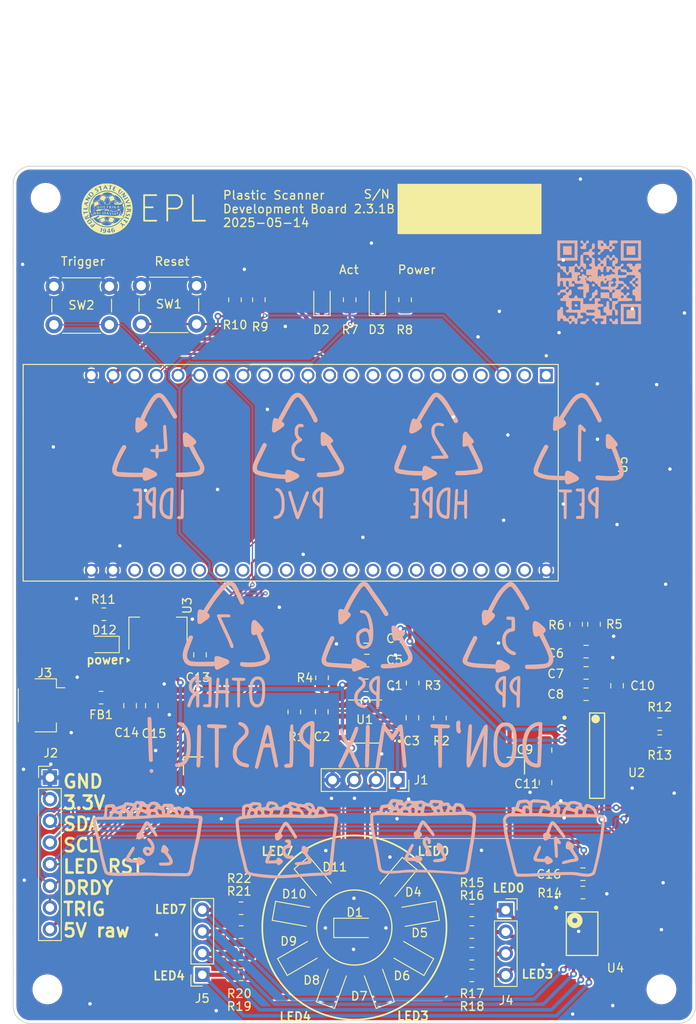
<source format=kicad_pcb>
(kicad_pcb (version 20241229) (generator "pcbnew") (generator_version "9.0")
  (layers (0 "F.Cu" signal) (2 "B.Cu" signal) (13 "F.Paste" user) (15 "B.Paste" user) (5 "F.SilkS" user "F.Silkscreen") (7 "B.SilkS" user "B.Silkscreen") (1 "F.Mask" user) (3 "B.Mask" user) (25 "Edge.Cuts" user))
  (net 0 "")
  (net 3 "/MCU + IO/LED_BLUE")
  (net 5 "/MCU + IO/NRESET")
  (net 6 "GND")
  (net 16 "LED_RESET")
  (net 17 "TRIGGER")
  (net 20 "+5V")
  (net 21 "Net-(C2-Pad2)")
  (net 22 "3v3unf")
  (net 28 "Net-(U2-VBG)")
  (net 29 "Net-(D2-A)")
  (net 30 "Net-(D3-A)")
  (net 31 "Net-(D4-K)")
  (net 32 "Net-(D5-K)")
  (net 33 "Net-(D6-K)")
  (net 34 "Net-(D7-K)")
  (net 35 "Net-(D8-K)")
  (net 36 "Net-(D9-K)")
  (net 37 "Net-(D10-K)")
  (net 38 "Net-(D11-K)")
  (net 40 "+3.3V")
  (net 41 "A-")
  (net 42 "Net-(C3-Pad2)")
  (net 43 "A+")
  (net 44 "AIN+")
  (net 45 "AIN-")
  (net 46 "/LED/LED4")
  (net 47 "/LED/LED1")
  (net 48 "Net-(U2-REFN)")
  (net 50 "DRDY_INT")
  (net 51 "/LED/LED2")
  (net 54 "SDA")
  (net 55 "SCL")
  (net 56 "/LED/LED3")
  (net 57 "/LED/LED7")
  (net 58 "/LED/LED5")
  (net 59 "Net-(U2-REFP)")
  (net 60 "Net-(U2-VIN2P)")
  (net 61 "Net-(U2-VIN2N)")
  (net 62 "/LED/LED0")
  (net 63 "/LED/LED6")
  (net 64 "Net-(D12-A)")
  (footprint "LED_SMD:LED_1206_3216Metric_Pad1.42x1.75mm_HandSolder" (layer "F.Cu") (at 90.342532 135.22099 -170)
    (property "Reference" "D5")
    (property "Value" "1050nm")
  )
  (footprint "LED_SMD:LED_0805_2012Metric_Pad1.15x1.40mm_HandSolder" (layer "F.Cu") (at 53.565 103.565 180)
    (property "Reference" "D12")
    (property "Value" "LED RED")
  )
  (footprint "Resistor_SMD:R_0805_2012Metric_Pad1.20x1.40mm_HandSolder" (layer "F.Cu") (at 96.774 134.747 180)
    (property "Reference" "R15")
    (property "Value" "47")
  )
  (footprint "Diode_SMD:D_1206_3216Metric_Pad1.42x1.75mm_HandSolder" (layer "F.Cu") (at 83.043758 136.795236)
    (property "Reference" "D1")
    (property "Value" "0090-3111-185")
  )
  (footprint "Resistor_SMD:R_0805_2012Metric_Pad1.20x1.40mm_HandSolder" (layer "F.Cu") (at 109 101.2 90)
    (property "Reference" "R6")
    (property "Value" "51")
  )
  (footprint "Resistor_SMD:R_0805_2012Metric_Pad1.20x1.40mm_HandSolder" (layer "F.Cu") (at 96.774 139.827 180)
    (property "Reference" "R17")
    (property "Value" "47")
  )
  (footprint "Resistor_SMD:R_0805_2012Metric_Pad1.20x1.40mm_HandSolder" (layer "F.Cu") (at 71.8 63.15 -90)
    (property "Reference" "R9")
    (property "Value" "10k")
  )
  (footprint "Connector_JST:JST_SH_SM04B-SRSS-TB_1x04-1MP_P1.00mm_Horizontal" (layer "F.Cu") (at 46.275 110.7 -90)
    (property "Reference" "J3")
    (property "Value" "Qwiic")
  )
  (footprint "Capacitor_SMD:C_0805_2012Metric_Pad1.18x1.45mm_HandSolder" (layer "F.Cu") (at 84.455 105.45 180)
    (property "Reference" "C5")
    (property "Value" "100p")
  )
  (footprint "LED_SMD:LED_1206_3216Metric_Pad1.42x1.75mm_HandSolder" (layer "F.Cu") (at 75.986258 135.22099 -10)
    (property "Reference" "D10")
    (property "Value" "1650nm")
  )
  (footprint "MountingHole:MountingHole_3.2mm_M3" (layer "F.Cu") (at 119 144)
    (property "Reference" "e" (hide yes))
    (property "Value" "MountingHole_3.2mm_M3" (hide yes))
  )
  (footprint "Resistor_SMD:R_0805_2012Metric_Pad1.20x1.40mm_HandSolder" (layer "F.Cu") (at 69.723 137.287)
    (property "Reference" "R21")
    (property "Value" "47")
  )
  (footprint "Resistor_SMD:R_0805_2012Metric_Pad1.20x1.40mm_HandSolder" (layer "F.Cu") (at 111.1 101.2 90)
    (property "Reference" "R5")
    (property "Value" "51")
  )
  (footprint "MountingHole:MountingHole_3.2mm_M3" (layer "F.Cu") (at 119.1 51.3)
    (property "Reference" "" (hide yes))
    (property "Value" "MountingHole_3.2mm_M3" (hide yes))
  )
  (footprint "Resistor_SMD:R_0805_2012Metric_Pad1.20x1.40mm_HandSolder" (layer "F.Cu") (at 118.8 114.9 180)
    (property "Reference" "R13")
    (property "Value" "4.7k")
  )
  (footprint "OPA2376AID:SOIC127P599X175-8N" (layer "F.Cu") (at 84.25 112.6 180)
    (property "Reference" "U1")
    (property "Value" "OPA2376xxD" (hide yes))
  )
  (footprint "Capacitor_SMD:C_0805_2012Metric_Pad1.18x1.45mm_HandSolder" (layer "F.Cu") (at 64.9 104.78 90)
    (property "Reference" "C13")
    (property "Value" "10u")
  )
  (footprint "Capacitor_SMD:C_0805_2012Metric_Pad1.18x1.45mm_HandSolder" (layer "F.Cu") (at 113.8 108.4 90)
    (property "Reference" "C10")
    (property "Value" "0.1u")
  )
  (footprint "LED_SMD:LED_1206_3216Metric_Pad1.42x1.75mm_HandSolder" (layer "F.Cu") (at 76.691838 140.158741 30)
    (property "Reference" "D9")
    (property "Value" "1550nm")
  )
  (footprint "IC_Nuvoton_NAU7802SGI:Nuvoton-NAU7802SGI-0-0-0" (layer "F.Cu") (at 111.4625 116.6)
    (property "Reference" "U2")
    (property "Value" "NAU7802SGI")
  )
  (footprint "Resistor_SMD:R_0805_2012Metric_Pad1.20x1.40mm_HandSolder" (layer "F.Cu") (at 96.774 137.287 180)
    (property "Reference" "R16")
    (property "Value" "47")
  )
  (footprint "Capacitor_SMD:C_0805_2012Metric_Pad1.18x1.45mm_HandSolder" (layer "F.Cu") (at 84.35 102.6725)
    (property "Reference" "C4")
    (property "Value" "47n")
  )
  (footprint "Capacitor_SMD:C_0805_2012Metric_Pad1.18x1.45mm_HandSolder" (layer "F.Cu") (at 109.8 130.5 180)
    (property "Reference" "C16")
    (property "Value" "100n")
  )
  (footprint "Capacitor_SMD:C_0805_2012Metric_Pad1.18x1.45mm_HandSolder" (layer "F.Cu") (at 110.17 106.9 180)
    (property "Reference" "C7")
    (property "Value" "0.1u")
  )
  (footprint "Resistor_SMD:R_0805_2012Metric_Pad1.20x1.40mm_HandSolder" (layer "F.Cu") (at 69 63.15 -90)
    (property "Reference" "R10")
    (property "Value" "10k")
  )
  (footprint "Capacitor_SMD:C_0805_2012Metric_Pad1.18x1.45mm_HandSolder" (layer "F.Cu") (at 110.17 104.4 180)
    (property "Reference" "C6")
    (property "Value" "22u")
  )
  (footprint "Resistor_SMD:R_0805_2012Metric_Pad1.20x1.40mm_HandSolder" (layer "F.Cu") (at 79.205 107.475 90)
    (property "Reference" "R4")
    (property "Value" "300")
  )
  (footprint "Resistor_SMD:R_0805_2012Metric_Pad1.20x1.40mm_HandSolder" (layer "F.Cu") (at 69.723 142.24)
    (property "Reference" "R19")
    (property "Value" "47")
  )
  (footprint "Resistor_SMD:R_0805_2012Metric_Pad1.20x1.40mm_HandSolder" (layer "F.Cu") (at 93.03125 112.1925 90)
    (property "Reference" "R2")
    (property "Value" "240k")
  )
  (footprint "Resistor_SMD:R_0805_2012Metric_Pad1.20x1.40mm_HandSolder" (layer "F.Cu") (at 53.3 109.8 180)
    (property "Reference" "FB1")
    (property "Value" "FerriteBead")
  )
  (footprint "Capacitor_SMD:C_0805_2012Metric_Pad1.18x1.45mm_HandSolder" (layer "F.Cu") (at 105.4125 115.95 90)
    (property "Reference" "C9")
    (property "Value" "330p")
  )
  (footprint "LED_SMD:LED_1206_3216Metric_Pad1.42x1.75mm_HandSolder" (layer "F.Cu") (at 89.596258 140.165236 150)
    (property "Reference" "D6")
    (property "Value" "1200nm")
  )
  (footprint "Connector_PinSocket_2.54mm:PinSocket_1x04_P2.54mm_Vertical" (layer "F.Cu") (at 65.167758 142.292236 180)
    (property "Reference" "J5")
    (property "Value" "Conn_01x04")
  )
  (footprint "Button_Switch_THT:SW_PUSH_6mm" (layer "F.Cu") (at 47.775 61.575)
    (property "Reference" "SW2")
    (property "Value" "TRIGGER")
  )
  (footprint "LED_SMD:LED_1206_3216Metric_Pad1.42x1.75mm_HandSolder" (layer "F.Cu") (at 85.783742 143.535236 110)
    (property "Reference" "D7")
    (property "Value" "1300nm")
  )
  (footprint "TLC59208:Texas_Instruments-TLC59208FIPWR-Level_A" (layer "F.Cu") (at 109.699999 137.474998)
    (property "Reference" "U4")
    (property "Value" "TLC59208FIPWR")
  )
  (footprint "ESP32-S3-DEVKITC-1-N8R2:XCVR_ESP32-S3-DEVKITC-1-N8R2" (layer "F.Cu") (at 75.53 83.43 -90)
    (property "Reference" "U5")
    (property "Value" "ESP32-S3-DEVKITC-1-N8R2")
  )
  (footprint "Connector_PinSocket_2.54mm:PinSocket_1x04_P2.54mm_Vertical" (layer "F.Cu") (at 88.057758 119.462236 -90)
    (property "Reference" "J1")
    (property "Value" "Conn_01x04")
  )
  (footprint "Resistor_SMD:R_0805_2012Metric_Pad1.20x1.40mm_HandSolder" (layer "F.Cu") (at 69.723 139.827)
    (property "Reference" "R20")
    (property "Value" "47")
  )
  (footprint "LED_SMD:LED_1206_3216Metric_Pad1.42x1.75mm_HandSolder" (layer "F.Cu") (at 87.906258 131.135236 -130)
    (property "Reference" "D4")
    (property "Value" "940nm")
  )
  (footprint "Capacitor_SMD:C_0805_2012Metric_Pad1.18x1.45mm_HandSolder" (layer "F.Cu") (at 110.17 109.4 180)
    (property "Reference" "C8")
    (property "Value" "100p")
  )
  (footprint "Resistor_SMD:R_0805_2012Metric_Pad1.20x1.40mm_HandSolder" (layer "F.Cu") (at 82.45 63.15 90)
    (property "Reference" "R7")
    (property "Value" "100")
  )
  (footprint "Connector_PinHeader_2.54mm:PinHeader_1x08_P2.54mm_Vertical" (layer "F.Cu") (at 47.3 119.17)
    (property "Reference" "J2")
    (property "Value" "Conn_01x08")
  )
  (footprint "Capacitor_SMD:C_0805_2012Metric_Pad1.18x1.45mm_HandSolder" (layer "F.Cu") (at 84.355 108.35 180)
    (property "Reference" "C1")
    (property "Value" "0.1u")
  )
  (footprint "MountingHole:MountingHole_3.2mm_M3" (layer "F.Cu") (at 47 144)
    (property "Reference" "" (hide yes))
    (property "Value" "MountingHole_3.2mm_M3" (hide yes))
  )
  (footprint "Resistor_SMD:R_0805_2012Metric_Pad1.20x1.40mm_HandSolder" (layer "F.Cu") (at 69.723 134.493)
    (property "Reference" "R22")
    (property "Value" "47")
  )
  (footprint "Resistor_SMD:R_0805_2012Metric_Pad1.20x1.40mm_HandSolder" (layer "F.Cu") (at 118.8 112.9 180)
    (property "Reference" "R12")
    (property "Value" "4.7k")
  )
  (footprint "LED_SMD:LED_1206_3216Metric_Pad1.42x1.75mm_HandSolder" (layer "F.Cu") (at 78.382718 131.041387 -50)
    (property "Reference" "D11")
    (property "Value" "1720nm")
  )
  (footprint "Connector_PinSocket_2.54mm:PinSocket_1x04_P2.54mm_Vertical" (layer "F.Cu") (at 100.75 134.71)
    (property "Reference" "J4")
    (property "Value" "Conn_01x04")
  )
  (footprint "PSU_LOGO:DEMO" (layer "F.Cu") (at 54 52.5)
    (property "Reference" "G***" (hide yes))
    (property "Value" "LOGO" (hide yes))
  )
  (footprint "Resistor_SMD:R_0805_2012Metric_Pad1.20x1.40mm_HandSolder" (layer "F.Cu") (at 109.8 132.65)
    (property "Reference" "R14")
    (property "Value" "1k")
  )
  (footprint "Package_TO_SOT_SMD:SOT-223-3_TabPin2" (layer "F.Cu") (at 59.97 102.27 90)
    (property "Reference" "U3")
    (property "Value" "AMS1117-3.3")
  )
  (footprint "LED_SMD:LED_1206_3216Metric_Pad1.42x1.75mm_HandSolder" (layer "F.Cu") (at 80.446258 143.535236 70)
    (property "Reference" "D8")
    (property "Value" "1460nm")
  )
  (footprint "Resistor_SMD:R_0805_2012Metric_Pad1.20x1.40mm_HandSolder" (layer "F.Cu") (at 53.63 100.02 180)
    (property "Reference" "R11")
    (property "Value" "100")
  )
  (footprint "Capacitor_SMD:C_0805_2012Metric_Pad1.18x1.45mm_HandSolder" (layer "F.Cu") (at 56.7 110.7375 90)
    (property "Reference" "C14")
    (property "Value" "100n")
  )
  (footprint "Capacitor_SMD:C_0805_2012Metric_Pad1.18x1.45mm_HandSolder" (layer "F.Cu") (at 105.4125 119.75 90)
    (property "Reference" "C11")
    (property "Value" "0.1u")
  )
  (footprint "Resistor_SMD:R_0805_2012Metric_Pad1.20x1.40mm_HandSolder" (layer "F.Cu") (at 96.774 142.367 180)
    (property "Reference" "R18")
    (property "Value" "47")
  )
  (footprint "Capacitor_SMD:C_0805_2012Metric_Pad1.18x1.45mm_HandSolder" (layer "F.Cu") (at 79.18 111.45 90)
    (property "Reference" "C2")
    (property "Value" "51p")
  )
  (footprint "Resistor_SMD:R_0805_2012Metric_Pad1.20x1.40mm_HandSolder" (layer "F.Cu") (at 89.83 108.075 90)
    (property "Reference" "R3")
    (property "Value" "300")
  )
  (footprint "MountingHole:MountingHole_3.2mm_M3" (layer "F.Cu") (at 46.8 51.2)
    (property "Reference" "REF**" (hide yes))
    (property "Value" "MountingHole_3.2mm_M3" (hide yes))
  )
  (footprint "LED_SMD:LED_0805_2012Metric_Pad1.15x1.40mm_HandSolder" (layer "F.Cu") (at 85.7 63.15 90)
    (property "Reference" "D3")
    (property "Value" "LED RED")
  )
  (footprint "Resistor_SMD:R_0805_2012Metric_Pad1.20x1.40mm_HandSolder" (layer "F.Cu") (at 75.95375 111.48 -90)
    (property "Reference" "R1")
    (property "Value" "240k")
  )
  (footprint "LED_SMD:LED_0805_2012Metric_Pad1.15x1.40mm_HandSolder" (layer "F.Cu") (at 79.2 63.15 90)
    (property "Reference" "D2")
    (property "Value" "LED BLUE")
  )
  (footprint "Resistor_SMD:R_0805_2012Metric_Pad1.20x1.40mm_HandSolder" (layer "F.Cu") (at 88.95 63.15 90)
    (property "Reference" "R8")
    (property "Value" "100")
  )
  (footprint "Capacitor_SMD:C_0805_2012Metric_Pad1.18x1.45mm_HandSolder" (layer "F.Cu") (at 59.25 110.7375 -90)
    (property "Reference" "C15")
    (property "Value" "22u")
  )
  (footprint "Button_Switch_THT:SW_PUSH_6mm" (layer "F.Cu") (at 58 61.5)
    (property "Reference" "SW1")
    (property "Value" "MCU_RESET")
  )
  (footprint "Capacitor_SMD:C_0805_2012Metric_Pad1.18x1.45mm_HandSolder" (layer "F.Cu") (at 89.805 112.1625 90)
    (property "Reference" "C3")
    (property "Value" "51p")
  )
  (footprint "Github_Barcode:github" (layer "B.Cu") (at 111.7 61.1 180)
    (property "Reference" "G***")
    (property "Value" "LOGO" (hide yes))
  )
  (footprint "LOGO" (layer "B.Cu") (at 82.36 121.51 180)
    (property "Reference" "G***" (hide yes))
    (property "Value" "LOGO" (hide yes))
  )
  (footprint "LOGO" (layer "B.Cu") (at 84.592049 92.538075 180)
    (property "Reference" "G1" (hide yes))
    (property "Value" "LOGO" (hide yes))
  )
  (gr_line (start 102.95 116.8) (end 102.95 118.75) (stroke (width 0.15)) (layer "F.SilkS"))
  (gr_line (start 62.95 116.75) (end 62.95 118.85) (stroke (width 0.15)) (layer "F.SilkS"))
  (gr_rect (start 88.135 49.625) (end 104.865 55.375) (stroke (width 0.15)) (fill yes) (layer "F.SilkS"))
  (gr_line (start 102.95 116.8) (end 100.9 116.8) (stroke (width 0.15)) (layer "F.SilkS"))
  (gr_circle (center 83 136.75) (end 87.4 136.75) (stroke (width 0.15)) (fill no) (layer "F.SilkS"))
  (gr_line (start 62.95 116.75) (end 65.25 116.75) (stroke (width 0.15)) (layer "F.SilkS"))
  (gr_circle (center 83 136.75) (end 93.8 136.75) (stroke (width 0.2)) (fill no) (layer "F.SilkS"))
  (gr_arc (start 123.000001 146.000001) (mid 122.414215 147.414215) (end 121.000001 148.000001) (stroke (width 0.1)) (layer "Edge.Cuts"))
  (gr_arc (start 121.000001 47.5) (mid 122.414215 48.085786) (end 123.000001 49.5) (stroke (width 0.1)) (layer "Edge.Cuts"))
  (gr_arc (start 43.000001 49.5) (mid 43.585787 48.085786) (end 45.000001 47.5) (stroke (width 0.1)) (layer "Edge.Cuts"))
  (gr_line (start 42.96 94.98) (end 43.000001 49.5) (stroke (width 0.1)) (layer "Edge.Cuts"))
  (gr_line (start 123.000001 146.000001) (end 123.02 94.96) (stroke (width 0.1)) (layer "Edge.Cuts"))
  (gr_line (start 123.02 94.96) (end 123.000001 49.5) (stroke (width 0.1)) (layer "Edge.Cuts"))
  (gr_line (start 45.000001 148.000001) (end 121 148.000001) (stroke (width 0.1)) (layer "Edge.Cuts"))
  (gr_arc (start 45.000001 148.000001) (mid 43.585787 147.414215) (end 43.000001 146.000001) (stroke (width 0.1)) (layer "Edge.Cuts"))
  (gr_line (start 121.000001 47.5) (end 45.000001 47.5) (stroke (width 0.1)) (layer "Edge.Cuts"))
  (gr_line (start 42.96 94.98) (end 43.000001 146.000001) (stroke (width 0.1)) (layer "Edge.Cuts"))
  (gr_text "LED7" (at 72 128.4 0) (layer "F.SilkS") (effects (font (size 1 1) (thickness 0.2) (bold yes)) (justify left bottom)))
  (gr_text "power" (at 51.47 105.95 0) (layer "F.SilkS") (effects (font (size 1 1) (thickness 0.2) (bold yes)) (justify left bottom)))
  (gr_text "LED3" (at 87.9 147.7 0) (layer "F.SilkS") (effects (font (size 1 1) (thickness 0.2) (bold yes)) (justify left bottom)))
  (gr_text "S/N" (at 85.625 50.775 0) (layer "F.SilkS") (effects (font (size 1 1))))
  (gr_text "LED4" (at 74.1 147.8 0) (layer "F.SilkS") (effects (font (size 1 1) (thickness 0.2) (bold yes)) (justify left bottom)))
  (gr_text "LED0" (at 99.1 132.7 0) (layer "F.SilkS") (effects (font (size 1 1) (thickness 0.2) (bold yes)) (justify left bottom)))
  (gr_text "GND\n3.3V\nSDA\nSCL\nLED RST\nDRDY\nTRIG\n5V raw" (at 48.7 138 0) (layer "F.SilkS") (effects (font (size 1.55 1.5) (thickness 0.3) (bold yes)) (justify left bottom)))
  (gr_text "Reset" (at 61.625 58.65 0) (layer "F.SilkS") (effects (font (size 1 1))))
  (gr_text "Act" (at 82.36 59.625 0) (layer "F.SilkS") (effects (font (size 1 1))))
  (gr_text "LED4" (at 59.3 143 0) (layer "F.SilkS") (effects (font (size 1 1) (thickness 0.2) (bold yes)) (justify left bottom)))
  (gr_text "Trigger" (at 51.175 58.65 0) (layer "F.SilkS") (effects (font (size 1 1))))
  (gr_text "LED7" (at 59.5 135.2 0) (layer "F.SilkS") (effects (font (size 1 1) (thickness 0.2) (bold yes)) (justify left bottom)))
  (gr_text "Plastic Scanner\nDevelopment Board 2.3.1B\n2025-05-14" (at 67.5 52.5 0) (layer "F.SilkS") (effects (font (size 1 1)) (justify left)))
  (gr_text "EPL" (at 57.5 52.5 0) (layer "F.SilkS") (effects (font (size 3 3) (thickness 0.2)) (justify left)))
  (gr_text "LED3" (at 102.5 142.8 0) (layer "F.SilkS") (effects (font (size 1 1) (thickness 0.2) (bold yes)) (justify left bottom)))
  (gr_text "LED0" (at 90.3 128.4 0) (layer "F.SilkS") (effects (font (size 1 1) (thickness 0.2) (bold yes)) (justify left bottom)))
  (gr_text "Power" (at 90.31 59.625 0) (layer "F.SilkS") (effects (font (size 1 1))))
  (segment (start 82.45 64.15) (end 82.45 65.225) (width 0.254) (layer "F.Cu") (net 3))
  (segment (start 82.45 65.225) (end 82.7 65.475) (width 0.254) (layer "F.Cu") (net 3))
  (segment (start 82.7 65.475) (end 82.7 65.75) (width 0.254) (layer "F.Cu") (net 3))
  (via (at 82.5 66) (size 0.508) (drill 0.254) (layers "F.Cu" "B.Cu") (net 3))
  (segment (start 63.761351 70.5) (end 78 70.5) (width 0.254) (layer "B.Cu") (net 3))
  (segment (start 62.32 71.68) (end 63.5926 70.4074) (width 0.254) (layer "B.Cu") (net 3))
  (segment (start 78 70.5) (end 82.5 66) (width 0.254) (layer "B.Cu") (net 3))
  (segment (start 63.5926 70.4074) (end 63.668751 70.4074) (width 0.254) (layer "B.Cu") (net 3))
  (segment (start 63.668751 70.4074) (end 63.761351 70.5) (width 0.254) (layer "B.Cu") (net 3))
  (segment (start 64.5 66) (end 71.075 66) (width 0.254) (layer "F.Cu") (net 5))
  (segment (start 71.075 66) (end 71.8 65.275) (width 0.254) (layer "F.Cu") (net 5))
  (segment (start 58 66) (end 64.5 66) (width 0.254) (layer "F.Cu") (net 5))
  (segment (start 72.225 65.275) (end 72.5 65) (width 0.254) (layer "F.Cu") (net 5))
  (segment (start 71.8 65.275) (end 71.8 64.15) (width 0.254) (layer "F.Cu") (net 5))
  (segment (start 71.8 65.275) (end 72.225 65.275) (width 0.254) (layer "F.Cu") (net 5))
  (via (at 72.5 65) (size 0.508) (drill 0.254) (layers "F.Cu" "B.Cu") (net 5))
  (segment (start 93.42 65) (end 72.5 65) (width 0.254) (layer "B.Cu") (net 5))
  (segment (start 100.42 72) (end 93.42 65) (width 0.254) (layer "B.Cu") (net 5))
  (segment (start 107.474698 139.75) (end 107.849999 139.374699) (width 0.4) (layer "F.Cu") (net 6))
  (segment (start 109.146433 121.045) (end 105.67 121.045) (width 0.4) (layer "F.Cu") (net 6))
  (segment (start 107.849999 136.8753) (end 107.474698 136.499999) (width 0.4) (layer "F.Cu") (net 6))
  (segment (start 114.9285 121.045) (end 115.5735 120.4) (width 0.254) (layer "F.Cu") (net 6))
  (segment (start 106.65 139.75) (end 107.474698 139.75) (width 0.4) (layer "F.Cu") (net 6))
  (segment (start 113.778567 121.045) (end 114.9285 121.045) (width 0.254) (layer "F.Cu") (net 6))
  (segment (start 106.65 135.199999) (end 106.65 136.499999) (width 0.4) (layer "F.Cu") (net 6))
  (segment (start 107.474698 136.499999) (end 106.65 136.499999) (width 0.4) (layer "F.Cu") (net 6))
  (segment (start 107.849999 139.374699) (end 107.849999 136.8753) (width 0.4) (layer "F.Cu") (net 6))
  (via (at 86.2 116.4) (size 0.8) (drill 0.4) (layers "F.Cu" "B.Cu") (net 6))
  (via (at 79.65 127.73) (size 0.8) (drill 0.4) (layers "F.Cu" "B.Cu") (net 6))
  (via (at 77 93) (size 0.8) (drill 0.4) (layers "F.Cu" "B.Cu") (net 6))
  (via (at 86.7 136.8) (size 0.8) (drill 0.4) (layers "F.Cu" "B.Cu") (net 6))
  (via (at 97.9 127.7) (size 0.8) (drill 0.4) (layers "F.Cu" "B.Cu") (net 6))
  (via (at 44.1 59) (size 0.8) (drill 0.4) (layers "F.Cu" "B.Cu") (net 6))
  (via (at 74.9 66.275) (size 0.8) (drill 0.4) (layers "F.Cu" "B.Cu") (net 6))
  (via (at 80.32 121.61) (size 0.8) (drill 0.4) (layers "F.Cu" "B.Cu") (net 6))
  (via (at 89.36 121.69) (size 0.8) (drill 0.4) (layers "F.Cu" "B.Cu") (net 6))
  (via (at 52 145.7) (size 0.8) (drill 0.4) (layers "F.Cu" "B.Cu") (net 6))
  (via (at 70.1 59.575) (size 0.8) (drill 0.4) (layers "F.Cu" "B.Cu") (net 6))
  (via (at 47.4 117.6) (size 0.8) (drill 0.4) (layers "F.Cu" "B.Cu") (net 6))
  (via (at 60.7 108.2) (size 0.8) (drill 0.4) (layers "F.Cu" "B.Cu") (net 6))
  (via (at 79.6 136.8) (size 0.8) (drill 0.4) (layers "F.Cu" "B.Cu") (net 6))
  (via (at 59.7 116) (size 0.8) (drill 0.4) (layers "F.Cu" "B.Cu") (net 6))
  (via (at 49.8 113.9) (size 0.8) (drill 0.4) (layers "F.Cu" "B.Cu") (net 6))
  (via (at 87.5 108.8) (size 0.8) (drill 0.4) (layers "F.Cu" "B.Cu") (net 6))
  (via (at 100 64.5) (size 0.8) (drill 0.4) (layers "F.Cu" "B.Cu") (net 6))
  (via (at 120 83) (size 0.8) (drill 0.4) (layers "F.Cu" "B.Cu") (net 6))
  (via (at 101 79) (size 0.8) (drill 0.4) (layers "F.Cu" "B.Cu") (net 6))
  (via (at 59.8 137.6) (size 0.8) (drill 0.4) (layers "F.Cu" "B.Cu") (net 6))
  (via (at 97.5 67.5) (size 0.8) (drill 0.4) (layers "F.Cu" "B.Cu") (net 6))
  (via (at 111.5 79.5) (size 0.8) (drill 0.4) (layers "F.Cu" "B.Cu") (net 6))
  (via (at 113.8 89.5) (size 0.8) (drill 0.4) (layers "F.Cu" "B.Cu") (net 6))
  (via (at 47.7 80.4) (size 0.8) (drill 0.4) (layers "F.Cu" "B.Cu") (net 6))
  (via (at 66.957897 85.385209) (size 0.8) (drill 0.4) (layers "F.Cu" "B.Cu") (net 6))
  (via (at 105.1 141.1) (size 0.8) (drill 0.4) (layers "F.Cu" "B.Cu") (net 6))
  (via (at 74.2 99.2) (size 0.8) (drill 0.4) (layers "F.Cu" "B.Cu") (net 6))
  (via (at 115.5735 120.4) (size 0.8) (drill 0.4) (layers "F.Cu" "B.Cu") (net 6))
  (via (at 107.5 58.5) (size 0.8) (drill 0.4) (layers "F.Cu" "B.Cu") (net 6))
  (via (at 83.01 121.6) (size 0.8) (drill 0.4) (layers "F.Cu" "B.Cu") (net 6))
  (via (at 82.9 139.31) (size 0.8) (drill 0.4) (layers "F.Cu" "B.Cu") (net 6))
  (via (at 115.6 64.199999) (size 0.8) (drill 0.4) (layers "F.Cu" "B.Cu") (net 6))
  (via (at 94.6 76.9) (size 0.8) (drill 0.4) (layers "F.Cu" "B.Cu") (net 6))
  (via (at 121.7 64.7) (size 0.8) (drill 0.4) (layers "F.Cu" "B.Cu") (net 6))
  (via (at 55.5 92) (size 0.8) (drill 0.4) (layers "F.Cu" "B.Cu") (net 6))
  (via (at 100.5 89) (size 0.8) (drill 0.4) (layers "F.Cu" "B.Cu") (net 6))
  (via (at 107.6 123.9) (size 0.8) (drill 0.4) (layers "F.Cu" "B.Cu") (net 6))
  (via (at 72.8 76) (size 0.8) (drill 0.4) (layers "F.Cu" "B.Cu") (net 6))
  (via (at 58.5 85.5) (size 0.8) (drill 0.4) (layers "F.Cu" "B.Cu") (net 6))
  (via (at 44.3 131.2) (size 0.8) (drill 0.4) (layers "F.Cu" "B.Cu") (net 6))
  (via (at 109.3 137.2) (size 0.8) (drill 0.4) (layers "F.Cu" "B.Cu") (net 6))
  (via (at 66.8 146.5) (size 0.8) (drill 0.4) (layers "F.Cu" "B.Cu") (net 6))
  (via (at 88 124) (size 0.8) (drill 0.4) (layers "F.Cu" "B.Cu") (net 6))
  (via (at 119 137) (size 0.8) (drill 0.4) (layers "F.Cu" "B.Cu") (net 6))
  (via (at 119.5 96.5) (size 0.8) (drill 0.4) (layers "F.Cu" "B.Cu") (net 6))
  (via (at 51.8 124) (size 0.8) (drill 0.4) (layers "F.Cu" "B.Cu") (net 6))
  (via (at 61.3 111.8) (size 0.8) (drill 0.4) (layers "F.Cu" "B.Cu") (net 6))
  (via (at 67.4 124) (size 0.8) (drill 0.4) (layers "F.Cu" "B.Cu") (net 6))
  (via (at 106.7 133.2) (size 0.8) (drill 0.4) (layers "F.Cu" "B.Cu") (net 6))
  (via (at 87.8 104.8) (size 0.8) (drill 0.4) (layers "F.Cu" "B.Cu") (net 6))
  (via (at 113.3 145.9) (size 0.8) (drill 0.4) (layers "F.Cu" "B.Cu") (net 6))
  (via (at 107.5 87.1) (size 0.8) (drill 0.4) (layers "F.Cu" "B.Cu") (net 6))
  (via (at 50.5 107.4) (size 0.8) (drill 0.4) (layers "F.Cu" "B.Cu") (net 6))
  (via (at 50.41 98.19) (size 0.8) (drill 0.4) (layers "F.Cu" "B.Cu") (net 6))
  (via (at 120.5 121) (size 0.8) (drill 0.4) (layers "F.Cu" "B.Cu") (net 6))
  (via (at 118.44485 73.093882) (size 0.8) (drill 0.4) (layers "F.Cu" "B.Cu") (net 6))
  (via (at 112.6 132.8) (size 0.8) (drill 0.4) (layers "F.Cu" "B.Cu") (net 6))
  (via (at 109.5 49) (size 0.8) (drill 0.4) (layers "F.Cu" "B.Cu") (net 6))
  (via (at 107.2 121.9) (size 0.8) (drill 0.4) (layers "F.Cu" "B.Cu") (net 6))
  (via (at 111.5 73) (size 0.8) (drill 0.4) (layers "F.Cu" "B.Cu") (net 6))
  (via (at 113.4 102.6) (size 0.8) (drill 0.4) (layers "F.Cu" "B.Cu") (net 6))
  (via (at 108.6 146.9) (size 0.8) (drill 0.4) (layers "F.Cu" "B.Cu") (net 6))
  (via (at 103.6 120.9) (size 0.8) (drill 0.4) (layers "F.Cu" "B.Cu") (net 6))
  (via (at 113.3 105.1) (size 0.8) (drill 0.4) (layers "F.Cu" "B.Cu") (net 6))
  (via (at 82.95 133.32) (size 0.8) (drill 0.4) (layers "F.Cu" "B.Cu") (net 6))
  (via (at 84 91) (size 0.8) (drill 0.4) (layers "F.Cu" "B.Cu") (net 6))
  (via (at 107 67) (size 0.8) (drill 0.4) (layers "F.Cu" "B.Cu") (net 6))
  (via (at 85 56.5) (size 0.8) (drill 0.4) (layers "F.Cu" "B.Cu") (net 6))
  (via (at 99.9 103.4) (size 0.8) (drill 0.4) (layers "F.Cu" "B.Cu") (net 6))
  (via (at 64 100.6) (size 0.8) (drill 0.4) (layers "F.Cu" "B.Cu") (net 6))
  (via (at 119.2 131.5) (size 0.8) (drill 0.4) (layers "F.Cu" "B.Cu") (net 6))
  (via (at 87.17 128.49) (size 0.8) (drill 0.4) (layers "F.Cu" "B.Cu") (net 6))
  (via (at 44.2 118.2) (size 0.8) (drill 0.4) (layers "F.Cu" "B.Cu") (net 6))
  (via (at 80.9 103.5) (size 0.8) (drill 0.4) (layers "F.Cu" "B.Cu") (net 6))
  (segment (start 68 99.6) (end 68 110) (width 0.254) (layer "F.Cu") (net 16))
  (segment (start 69.6 98) (end 68 99.6) (width 0.254) (layer "F.Cu") (net 16))
  (segment (start 109.9 131.55) (end 108.8 132.65) (width 0.254) (layer "F.Cu") (net 16))
  (segment (start 111.925303 137.15) (end 108.8 134.024697) (width 0.254) (layer "F.Cu") (net 16))
  (segment (start 109.9 127.7) (end 109.9 131.55) (width 0.254) (layer "F.Cu") (net 16))
  (segment (start 71.05 96.55) (end 69.6 98) (width 0.1524) (layer "F.Cu") (net 16))
  (segment (start 68 110) (end 48.67 129.33) (width 0.254) (layer "F.Cu") (net 16))
  (segment (start 48.67 129.33) (end 47.3 129.33) (width 0.254) (layer "F.Cu") (net 16))
  (segment (start 112.750001 137.15) (end 111.925303 137.15) (width 0.254) (layer "F.Cu") (net 16))
  (segment (start 108.8 134.024697) (end 108.8 132.65) (width 0.254) (layer "F.Cu") (net 16))
  (via (at 71.05 96.55) (size 0.508) (drill 0.254) (layers "F.Cu" "B.Cu") (net 16))
  (via (at 109.9 127.7) (size 0.8) (drill 0.4) (layers "F.Cu" "B.Cu") (net 16))
  (segment (start 108.2 126) (end 50.63 126) (width 0.254) (layer "B.Cu") (net 16))
  (segment (start 71.05 96.55) (end 71.05 75.65) (width 0.1524) (layer "B.Cu") (net 16))
  (segment (start 71.05 75.65) (end 67.4 72) (width 0.1524) (layer "B.Cu") (net 16))
  (segment (start 109.9 127.7) (end 108.2 126) (width 0.254) (layer "B.Cu") (net 16))
  (segment (start 50.63 126) (end 47.3 129.33) (width 0.254) (layer "B.Cu") (net 16))
  (segment (start 69 64.775) (end 69 64.15) (width 0.254) (layer "F.Cu") (net 17))
  (segment (start 72.5 97.5) (end 72.47615 97.5) (width 0.254) (layer "F.Cu") (net 17))
  (segment (start 68.7 65.075) (end 69 64.775) (width 0.254) (layer "F.Cu") (net 17))
  (segment (start 72.47615 97.5) (end 71.5 98.47615) (width 0.254) (layer "F.Cu") (net 17))
  (segment (start 72.577171 97.577171) (end 72.5 97.5) (width 0.254) (layer "F.Cu") (net 17))
  (segment (start 47.3 133.0004) (end 47.3 134.41) (width 0.254) (layer "F.Cu") (net 17))
  (segment (start 71.5 108.5) (end 71.3074 108.6926) (width 0.254) (layer "F.Cu") (net 17))
  (segment (start 48.4304 131.74575) (end 48.4304 132.338228) (width 0.254) (layer "F.Cu") (net 17))
  (segment (start 71.3074 108.86875) (end 48.4304 131.74575) (width 0.254) (layer "F.Cu") (net 17))
  (segment (start 71.3074 108.6926) (end 71.3074 108.86875) (width 0.254) (layer "F.Cu") (net 17))
  (segment (start 48.4304 132.338228) (end 47.768228 133.0004) (width 0.254) (layer "F.Cu") (net 17))
  (segment (start 67 65.075) (end 68.7 65.075) (width 0.254) (layer "F.Cu") (net 17))
  (segment (start 47.768228 133.0004) (end 47.3 133.0004) (width 0.254) (layer "F.Cu") (net 17))
  (segment (start 71.5 98.47615) (end 71.5 108.5) (width 0.254) (layer "F.Cu") (net 17))
  (via (at 72.577171 97.577171) (size 0.508) (drill 0.254) (layers "F.Cu" "B.Cu") (net 17))
  (via (at 67 65.075) (size 0.8) (drill 0.4) (layers "F.Cu" "B.Cu") (net 17))
  (segment (start 55.782619 66.075) (end 61.2746 71.566981) (width 0.1524) (layer "B.Cu") (net 17))
  (segment (start 62.341581 73.5) (end 62.5 73.5) (width 0.254) (layer "B.Cu") (net 17))
  (segment (start 72.577171 97.577171) (end 68.638752 97.577171) (width 0.254) (layer "B.Cu") (net 17))
  (segment (start 62.841581 70) (end 61.2746 71.566981) (width 0.254) (layer "B.Cu") (net 17))
  (segment (start 47.775 66.075) (end 54.275 66.075) (width 0.1524) (layer "B.Cu") (net 17))
  (segment (start 66 94) (end 62.5 90.5) (width 0.254) (layer "B.Cu") (net 17))
  (segment (start 67 66.5) (end 63.5 70) (width 0.254) (layer "B.Cu") (net 17))
  (segment (start 66 94.938419) (end 66 94) (width 0.254) (layer "B.Cu") (net 17))
  (segment (start 64 72) (end 64.86 72) (width 0.254) (layer "B.Cu") (net 17))
  (segment (start 62.5 90.5) (end 62.5 73.5) (width 0.254) (layer "B.Cu") (net 17))
  (segment (start 61.2746 71.566981) (end 61.2746 72.433019) (width 0.254) (layer "B.Cu") (net 17))
  (segment (start 68.638752 97.577171) (end 66 94.938419) (width 0.254) (layer "B.Cu") (net 17))
  (segment (start 63.5 70) (end 62.841581 70) (width 0.254) (layer "B.Cu") (net 17))
  (segment (start 67 65.075) (end 67 66.5) (width 0.254) (layer "B.Cu") (net 17))
  (segment (start 61.2746 72.433019) (end 62.341581 73.5) (width 0.254) (layer "B.Cu") (net 17))
  (segment (start 54.275 66.075) (end 55.782619 66.075) (width 0.1524) (layer "B.Cu") (net 17))
  (segment (start 62.5 73.5) (end 64 72) (width 0.254) (layer "B.Cu") (net 17))
  (segment (start 47.3 136.95) (end 62.6 121.65) (width 0.4) (layer "F.Cu") (net 20))
  (segment (start 54.7 72) (end 58.95 67.75) (width 0.4) (layer "F.Cu") (net 20))
  (segment (start 61.1 94.1) (end 54.5 87.5) (width 0.5) (layer "F.Cu") (net 20))
  (segment (start 65.7825 105.8175) (end 66.4 105.2) (width 0.5) (layer "F.Cu") (net 20))
  (segment (start 63.4 96.4) (end 61.1 96.4) (width 0.5) (layer "F.Cu") (net 20))
  (segment (start 71.8 62.15) (end 74.275 62.15) (width 0.4) (layer "F.Cu") (net 20))
  (segment (start 69 62.15) (end 71.8 62.15) (width 0.4) (layer "F.Cu") (net 20))
  (segment (start 58.95 67.75) (end 78.115 67.75) (width 0.4) (layer "F.Cu") (net 20))
  (segment (start 66.4 99.4) (end 63.4 96.4) (width 0.5) (layer "F.Cu") (net 20))
  (segment (start 62.27 105.42) (end 62.27 107.7) (width 0.4) (layer "F.Cu") (net 20))
  (segment (start 62.6 121.65) (end 62.6 120.7) (width 0.4) (layer "F.Cu") (net 20))
  (segment (start 62.27 107.7) (end 62.6 108.03) (width 0.4) (layer "F.Cu") (net 20))
  (segment (start 64.9 105.8175) (end 65.7825 105.8175) (width 0.5) (layer "F.Cu") (net 20))
  (segment (start 61.1 96.4) (end 61.1 94.1) (width 0.5) (layer "F.Cu") (net 20))
  (segment (start 54.5 87.5) (end 54.5 72.2) (width 0.5) (layer "F.Cu") (net 20))
  (segment (start 74.275 62.15) (end 78.115 65.99) (width 0.4) (layer "F.Cu") (net 20))
  (segment (start 64.8825 105.8) (end 62.65 105.8) (width 0.4) (layer "F.Cu") (net 20))
  (segment (start 89.925 64.15) (end 88.95 64.15) (width 0.4) (layer "F.Cu") (net 20))
  (segment (start 90.1 60.675) (end 90.1 63.975) (width 0.4) (layer "F.Cu") (net 20))
  (segment (start 66.4 105.2) (end 66.4 99.4) (width 0.5) (layer "F.Cu") (net 20))
  (segment (start 71.8 62.15) (end 74.625 62.15) (width 0.4) (layer "F.Cu") (net 20))
  (segment (start 78.115 65.99) (end 78.115 67.75) (width 0.4) (layer "F.Cu") (net 20))
  (segment (start 76.1 60.675) (end 90.1 60.675) (width 0.4) (layer "F.Cu") (net 20))
  (segment (start 90.1 63.975) (end 89.925 64.15) (width 0.4) (layer "F.Cu") (net 20))
  (segment (start 74.625 62.15) (end 76.1 60.675) (width 0.4) (layer "F.Cu") (net 20))
  (via (at 62.6 108.03) (size 0.8) (drill 0.4) (layers "F.Cu" "B.Cu") (net 20))
  (via (at 62.6 120.7) (size 0.8) (drill 0.4) (layers "F.Cu" "B.Cu") (net 20))
  (segment (start 62.6 120.7) (end 62.6 108.03) (width 0.4) (layer "B.Cu") (net 20))
  (segment (start 74.5 111.4) (end 74.5 113.1) (width 0.4) (layer "F.Cu") (net 21))
  (segment (start 75.42 110.48) (end 74.5 111.4) (width 0.4) (layer "F.Cu") (net 21))
  (segment (start 75.95375 110.48) (end 75.42 110.48) (width 0.4) (layer "F.Cu") (net 21))
  (segment (start 75.4 114) (end 80 114) (width 0.4) (layer "F.Cu") (net 21))
  (segment (start 80.765 113.235) (end 81.78 113.235) (width 0.4) (layer "F.Cu") (net 21))
  (segment (start 74.5 113.1) (end 75.4 114) (width 0.4) (layer "F.Cu") (net 21))
  (segment (start 80 114) (end 80.765 113.235) (width 0.4) (layer "F.Cu") (net 21))
  (segment (start 75.95375 110.48) (end 79.1125 110.48) (width 0.4) (layer "F.Cu") (net 21))
  (segment (start 79.205 108.475) (end 79.205 110.3875) (width 0.4) (layer "F.Cu") (net 21))
  (segment (start 55.78 100.02) (end 56.68 99.12) (width 0.25) (layer "F.Cu") (net 22))
  (segment (start 47.1 110.2) (end 50.3 110.2) (width 0.5) (layer "F.Cu") (net 22))
  (segment (start 52.3 108.8) (end 53.29 107.81) (width 0.5) (layer "F.Cu") (net 22))
  (segment (start 52.3 109.8) (end 52.3 108.8) (width 0.5) (layer "F.Cu") (net 22))
  (segment (start 54.63 100.02) (end 55.78 100.02) (width 0.25) (layer "F.Cu") (net 22))
  (segment (start 46 111.3) (end 47.1 110.2) (width 0.5) (layer "F.Cu") (net 22))
  (segment (start 46 120.41) (end 46 111.3) (width 0.5) (layer "F.Cu") (net 22))
  (segment (start 47.3 121.71) (end 46 120.41) (width 0.5) (layer "F.Cu") (net 22))
  (segment (start 53.29 107.81) (end 59.2 107.81) (width 0.5) (layer "F.Cu") (net 22))
  (segment (start 59.97 107.04) (end 59.97 105.42) (width 0.5) (layer "F.Cu") (net 22))
  (segment (start 59.97 99.12) (end 59.97 105.42) (width 0.5) (layer "F.Cu") (net 22))
  (segment (start 50.3 110.2) (end 50.7 109.8) (width 0.5) (layer "F.Cu") (net 22))
  (segment (start 59.2 107.81) (end 59.97 107.04) (width 0.5) (layer "F.Cu") (net 22))
  (segment (start 50.7 109.8) (end 52.3 109.8) (width 0.5) (layer "F.Cu") (net 22))
  (segment (start 56.68 99.12) (end 59.97 99.12) (width 0.25) (layer "F.Cu") (net 22))
  (segment (start 109.146433 118.505) (end 105.62 118.505) (width 0.4) (layer "F.Cu") (net 28))
  (segment (start 79.2 62.125) (end 82.425 62.125) (width 0.254) (layer "F.Cu") (net 29))
  (segment (start 85.7 62.125) (end 88.925 62.125) (width 0.254) (layer "F.Cu") (net 30))
  (segment (start 91.022745 129.995745) (end 88.862405 129.995745) (width 0.5) (layer "F.Cu") (net 31))
  (segment (start 95.774 134.747) (end 91.022745 129.995745) (width 0.5) (layer "F.Cu") (net 31))
  (segment (start 95.774 137.287) (end 94.131746 137.287) (width 0.5) (layer "F.Cu") (net 32))
  (segment (start 94.131746 137.287) (end 91.807434 134.962688) (width 0.5) (layer "F.Cu") (net 32))
  (segment (start 91.966457 139.827) (end 90.884471 140.908986) (width 0.5) (layer "F.Cu") (net 33))
  (segment (start 95.774 139.827) (end 91.966457 139.827) (width 0.5) (layer "F.Cu") (net 33))
  (segment (start 93.207971 144.933029) (end 95.774 142.367) (width 0.5) (layer "F.Cu") (net 34))
  (segment (start 86.292497 144.933029) (end 93.207971 144.933029) (width 0.5) (layer "F.Cu") (net 34))
  (segment (start 73.416029 144.933029) (end 79.937503 144.933029) (width 0.5) (layer "F.Cu") (net 35))
  (segment (start 70.723 142.24) (end 73.416029 144.933029) (width 0.5) (layer "F.Cu") (net 35))
  (segment (start 70.723 139.827) (end 74.328134 139.827) (width 0.5) (layer "F.Cu") (net 36))
  (segment (start 74.328134 139.827) (end 75.403625 140.902491) (width 0.5) (layer "F.Cu") (net 36))
  (segment (start 70.723 137.287) (end 72.197044 137.287) (width 0.5) (layer "F.Cu") (net 37))
  (segment (start 72.197044 137.287) (end 74.521356 134.962688) (width 0.5) (layer "F.Cu") (net 37))
  (segment (start 75.314104 129.901896) (end 77.426571 129.901896) (width 0.5) (layer "F.Cu") (net 38))
  (segment (start 70.723 134.493) (end 75.314104 129.901896) (width 0.5) (layer "F.Cu") (net 38))
  (segment (start 109 100.2) (end 107.5 100.2) (width 0.5) (layer "F.Cu") (net 40))
  (segment (start 88.87763 135.479292) (end 88.87763 138.851901) (width 0.5) (layer "F.Cu") (net 40))
  (segment (start 101.2 126.7) (end 110.802082 126.7) (width 0.5) (layer "F.Cu") (net 40))
  (segment (start 119.8 110.2) (end 119.8 112.9) (width 0.4) (layer "F.Cu") (net 40))
  (segment (start 85.9 126.7) (end 101.2 126.7) (width 0.5) (layer "F.Cu") (net 40))
  (segment (start 113.778567 113.425) (end 113.778567 111.6) (width 0.4) (layer "F.Cu") (net 40))
  (segment (start 77.45116 138.8861) (end 77.980051 139.414991) (width 0.5) (layer "F.Cu") (net 40))
  (segment (start 113.778567 111.6) (end 113.778567 109.458933) (width 0.4) (layer "F.Cu") (net 40))
  (segment (start 81.78 110.695) (end 83.18 110.695) (width 0.4) (layer "F.Cu") (net 40))
  (segment (start 81.78 114.505) (end 81.78 114.78) (width 0.4) (layer "F.Cu") (net 40))
  (segment (start 109.4 99.2) (end 109 99.6) (width 0.4) (layer "F.Cu") (net 40))
  (segment (start 110.8375 130.5) (end 110.8375 132.6125) (width 0.4) (layer "F.Cu") (net 40))
  (segment (start 113.2 99.2) (end 109.4 99.2) (width 0.4) (layer "F.Cu") (net 40))
  (segment (start 80.955013 142.137443) (end 85.274987 142.137443) (width 0.5) (layer "F.Cu") (net 40))
  (segment (start 77.45116 135.479292) (end 77.45116 134.068583) (width 0.5) (layer "F.Cu") (net 40))
  (segment (start 77.45116 135.479292) (end 77.45116 138.8861) (width 0.5) (layer "F.Cu") (net 40))
  (segment (start 54.3 109.8) (end 56.6 109.8) (width 0.5) (layer "F.Cu") (net 40))
  (segment (start 119.8 114.9) (end 119.8 112.9) (width 0.4) (layer "F.Cu") (net 40))
  (segment (start 88.87763 138.851901) (end 88.308045 139.421486) (width 0.5) (layer "F.Cu") (net 40))
  (segment (start 114.7625 109.4375) (end 115.2 109) (width 0.4) (layer "F.Cu") (net 40))
  (segment (start 83.18 110.695) (end 83.5925 111.1075) (width 0.4) (layer "F.Cu") (net 40))
  (segment (start 83.5925 111.1075) (end 84.45 111.965) (width 0.4) (layer "F.Cu") (net 40))
  (segment (start 88.057758 121.352242) (end 88.057758 119.462236) (width 0.5) (layer "F.Cu") (net 40))
  (segment (start 86.950111 132.274727) (end 85.4 130.724616) (width 0.5) (layer "F.Cu") (net 40))
  (segment (start 85.4 127.2) (end 85.9 126.7) (width 0.5) (layer "F.Cu") (net 40))
  (segment (start 80.702503 142.137443) (end 77.980051 139.414991) (width 0.5) (layer "F.Cu") (net 40))
  (segment (start 107.5 100.2) (end 101.2 106.5) (width 0.5) (layer "F.Cu") (net 40))
  (segment (start 85.4 124.01) (end 88.057758 121.352242) (width 0.5) (layer "F.Cu") (net 40))
  (segment (start 85.592088 142.137443) (end 88.308045 139.421486) (width 0.5) (layer "F.Cu") (net 40))
  (segment (start 112.325001 135.225001) (end 112.7 135.225001) (width 0.4) (layer "F.Cu") (net 40))
  (segment (start 110.8 132.65) (end 110.8 133.7) (width 0.4) (layer "F.Cu") (net 40))
  (segment (start 115.2 101.2) (end 113.2 99.2) (width 0.4) (layer "F.Cu") (net 40))
  (segment (start 110.8375 126.735418) (end 110.8375 130.5) (width 0.5) (layer "F.Cu") (net 40))
  (segment (start 109 99.6) (end 109 100.2) (width 0.4) (layer "F.Cu") (net 40))
  (segment (start 59.25 109.7) (end 56.7 109.7) (width 0.5) (layer "F.Cu") (net 40))
  (segment (start 84.3 110.2) (end 84.3 110.4) (width 0.4) (layer "F.Cu") (net 40))
  (segment (start 63.8 109.7) (end 64.7 108.8) (width 0.5) (layer "F.Cu") (net 40))
  (segment (start 81.6 108.3) (end 83.2675 108.3) (width 0.5) (layer "F.Cu") (net 40))
  (segment (start 83.3175 109.1575) (end 81.78 110.695) (width 0.4) (layer "F.Cu") (net 40))
  (segment (start 113.778567 112.155) (end 113.778567 111.6) (width 0.4) (layer "F.Cu") (net 40))
  (segment (start 84.45 111.965) (end 86.72 111.965) (width 0.4) (layer "F.Cu") (net 40))
  (segment (start 113.8 109.4375) (end 114.7625 109.4375) (width 0.4) (layer "F.Cu") (net 40))
  (segment (start 59.25 109.7) (end 63.8 109.7) (width 0.5) (layer "F.Cu") (net 40))
  (segment (start 83.3175 108.35) (end 83.3175 109.1575) (width 0.4) (layer "F.Cu") (net 40))
  (segment (start 85.4 130.724616) (end 85.4 127.2) (width 0.5) (layer "F.Cu") (net 40))
  (segment (start 101.2 106.5) (end 101.2 126.7) (width 0.5) (layer "F.Cu") (net 40))
  (segment (start 110.802082 126.7) (end 110.8375 126.735418) (width 0.5) (layer "F.Cu") (net 40))
  (segment (start 84.3 110.4) (end 83.5925 111.1075) (width 0.4) (layer "F.Cu") (net 40))
  (segment (start 88.87763 135.479292) (end 88.87763 134.202246) (width 0.5) (layer "F.Cu") (net 40))
  (segment (start 88.87763 134.202246) (end 86.950111 132.274727) (width 0.5) (layer "F.Cu") (net 40))
  (segment (start 85.4 127.2) (end 85.4 124.01) (width 0.5) (layer "F.Cu") (net 40))
  (segment (start 81.78 114.78) (end 82.7 115.7) (width 0.4) (layer "F.Cu") (net 40))
  (segment (start 115.2 109) (end 115.2 101.2) (width 0.4) (layer "F.Cu") (net 40))
  (segment (start 115.2 109) (end 118.6 109) (width 0.4) (layer "F.Cu") (net 40))
  (segment (start 77.45116 134.068583) (end 79.338865 132.180878) (width 0.5) (layer "F.Cu") (net 40))
  (segment (start 118.6 109) (end 119.8 110.2) (width 0.4) (layer "F.Cu") (net 40))
  (segment (start 110.8 133.7) (end 112.325001 135.225001) (width 0.4) (layer "F.Cu") (net 40))
  (via (at 81.6 108.3) (size 0.8) (drill 0.4) (layers "F.Cu" "B.Cu") (net 40))
  (via (at 64.7 108.8) (size 0.8) (drill 0.4) (layers "F.Cu" "B.Cu") (net 40))
  (via (at 84.3 110.2) (size 0.8) (drill 0.4) (layers "F.Cu" "B.Cu") (net 40))
  (via (at 82.7 115.7) (size 0.8) (drill 0.4) (layers "F.Cu" "B.Cu") (net 40))
  (segment (start 88.057758 119.462236) (end 88.057758 113.957758) (width 0.4) (layer "B.Cu") (net 40))
  (segment (start 88.057758 113.957758) (end 84.3 110.2) (width 0.4) (layer "B.Cu") (net 40))
  (segment (start 82.7 115.7) (end 81.6 114.6) (width 0.4) (layer "B.Cu") (net 40))
  (segment (start 81.6 114.6) (end 81.6 108.3) (width 0.4) (layer "B.Cu") (net 40))
  (segment (start 64.7 108.8) (end 81.1 108.8) (width 0.5) (layer "B.Cu") (net 40))
  (segment (start 81.1 108.8) (end 81.6 108.3) (width 0.5) (layer "B.Cu") (net 40))
  (segment (start 80.1 112.5) (end 79.1925 112.5) (width 0.254) (layer "F.Cu") (net 41))
  (segment (start 83.6 118.839994) (end 82.977758 119.462236) (width 0.254) (layer "F.Cu") (net 41))
  (segment (start 82.904975 119.535019) (end 81.71 120.729994) (width 0.254) (layer "F.Cu") (net 41))
  (segment (start 83.6 112.6) (end 83.6 118.839994) (width 0.254) (layer "F.Cu") (net 41))
  (segment (start 81.71 120.729994) (end 81.71 136.641494) (width 0.254) (layer "F.Cu") (net 41))
  (segment (start 80.635 111.965) (end 80.1 112.5) (width 0.254) (layer "F.Cu") (net 41))
  (segment (start 75.95375 112.48) (end 79.1725 112.48) (width 0.254) (layer "F.Cu") (net 41))
  (segment (start 83 112) (end 83.6 112.6) (width 0.254) (layer "F.Cu") (net 41))
  (segment (start 82.229661 112) (end 83 112) (width 0.254) (layer "F.Cu") (net 41))
  (segment (start 81.78 111.965) (end 80.635 111.965) (width 0.254) (layer "F.Cu") (net 41))
  (segment (start 93.03125 111.1925) (end 89.8725 111.1925) (width 0.4) (layer "F.Cu") (net 42))
  (segment (start 89.83 109.075) (end 89.83 111.1) (width 0.4) (layer "F.Cu") (net 42))
  (segment (start 94.13125 112.2925) (end 94.13125 113.811739) (width 0.4) (layer "F.Cu") (net 42))
  (segment (start 94.13125 113.811739) (end 93.437989 114.505) (width 0.4) (layer "F.Cu") (net 42))
  (segment (start 93.437989 114.505) (end 86.72 114.505) (width 0.4) (layer "F.Cu") (net 42))
  (segment (start 93.03125 111.1925) (end 94.13125 112.2925) (width 0.4) (layer "F.Cu") (net 42))
  (segment (start 84.531258 120.448736) (end 85.517758 119.462236) (width 0.4) (layer "F.Cu") (net 43))
  (segment (start 89.805 113.2) (end 93.02375 113.2) (width 0.254) (layer "F.Cu") (net 43))
  (segment (start 84.9 113.8) (end 84.9 117.3) (width 0.254) (layer "F.Cu") (net 43))
  (segment (start 84.9 117.3) (end 85.5 117.9) (width 0.254) (layer "F.Cu") (net 43))
  (segment (start 85.465 113.235) (end 84.9 113.8) (width 0.254) (layer "F.Cu") (net 43))
  (segment (start 86.72 113.235) (end 85.465 113.235) (width 0.254) (layer "F.Cu") (net 43))
  (segment (start 84.531258 136.795236) (end 84.531258 120.448736) (width 0.4) (layer "F.Cu") (net 43))
  (segment (start 86.72 113.235) (end 89.77 113.235) (width 0.254) (layer "F.Cu") (net 43))
  (segment (start 85.5 117.9) (end 85.5 119.444478) (width 0.254) (layer "F.Cu") (net 43))
  (segment (start 83.3125 102.6725) (end 85.085 100.9) (width 0.4) (layer "F.Cu") (net 44))
  (segment (start 109.041433 114.8) (end 109.146433 114.695) (width 0.4) (layer "F.Cu") (net 44))
  (segment (start 85.085 100.9) (end 88.8 100.9) (width 0.4) (layer "F.Cu") (net 44))
  (segment (start 89.5 101.6) (end 89.5 103.2) (width 0.4) (layer "F.Cu") (net 44))
  (segment (start 107.3 114.8) (end 109.041433 114.8) (width 0.4) (layer "F.Cu") (net 44))
  (segment (start 82.3925 106.475) (end 83.4175 105.45) (width 0.4) (layer "F.Cu") (net 44))
  (segment (start 83.3125 102.6725) (end 83.3125 105.345) (width 0.4) (layer "F.Cu") (net 44))
  (segment (start 79.205 106.475) (end 82.3925 106.475) (width 0.4) (layer "F.Cu") (net 44))
  (segment (start 88.8 100.9) (end 89.5 101.6) (width 0.4) (layer "F.Cu") (net 44))
  (via (at 89.5 103.2) (size 0.8) (drill 0.4) (layers "F.Cu" "B.Cu") (net 44))
  (via (at 107.3 114.8) (size 0.8) (drill 0.4) (layers "F.Cu" "B.Cu") (net 44))
  (segment (start 89.5 103.2) (end 101.1 114.8) (width 0.4) (layer "B.Cu") (net 44))
  (segment (start 101.1 114.8) (end 107.3 114.8) (width 0.4) (layer "B.Cu") (net 44))
  (segment (start 107.375 113.425) (end 107.3 113.5) (width 0.4) (layer "F.Cu") (net 45))
  (segment (start 109.146433 113.425) (end 107.375 113.425) (width 0.4) (layer "F.Cu") (net 45))
  (segment (start 89.83 107.075) (end 87.1175 107.075) (width 0.4) (layer "F.Cu") (net 45))
  (segment (start 87.1175 107.075) (end 85.4925 105.45) (width 0.4) (layer "F.Cu") (net 45))
  (segment (start 86.36 101.7) (end 88.4 101.7) (width 0.4) (layer "F.Cu") (net 45))
  (segment (start 85.3875 102.6725) (end 85.3875 105.345) (width 0.4) (layer "F.Cu") (net 45))
  (segment (start 85.3875 102.6725) (end 86.36 101.7) (width 0.4) (layer "F.Cu") (net 45))
  (via (at 88.4 101.7) (size 0.8) (drill 0.4) (layers "F.Cu" "B.Cu") (net 45))
  (via (at 107.3 113.5) (size 0.8) (drill 0.4) (layers "F.Cu" "B.Cu") (net 45))
  (segment (start 89.2 101.7) (end 88.4 101.7) (width 0.4) (layer "B.Cu") (net 45))
  (segment (start 101 113.5) (end 89.2 101.7) (width 0.4) (layer "B.Cu") (net 45))
  (segment (start 107.3 113.5) (end 101 113.5) (width 0.4) (layer "B.Cu") (net 45))
  (segment (start 65.167758 142.292236) (end 68.670764 142.292236) (width 0.5) (layer "F.Cu") (net 46))
  (segment (start 110.5 143.2) (end 110.5 142.000001) (width 0.4) (layer "F.Cu") (net 46))
  (segment (start 110.5 142.000001) (end 112.725003 139.774998) (width 0.4) (layer "F.Cu") (net 46))
  (via (at 110.5 143.2) (size 0.8) (drill 0.4) (layers "F.Cu" "B.Cu") (net 46))
  (segment (start 70 147.1) (end 106.7 147.1) (width 0.4) (layer "B.Cu") (net 46))
  (segment (start 65.192236 142.292236) (end 70 147.1) (width 0.4) (layer "B.Cu") (net 46))
  (segment (start 110.5 143.3) (end 110.5 143.2) (width 0.4) (layer "B.Cu") (net 46))
  (segment (start 106.7 147.1) (end 110.5 143.3) (width 0.4) (layer "B.Cu") (net 46))
  (segment (start 97.774 137.287) (end 100.713 137.287) (width 0.5) (layer "F.Cu") (net 47))
  (segment (start 106.65 137.799999) (end 101.299999 137.799999) (width 0.4) (layer "F.Cu") (net 47))
  (segment (start 101.299999 137.799999) (end 100.75 137.25) (width 0.4) (layer "F.Cu") (net 47))
  (segment (start 109.146433 119.775) (end 110.225 119.775) (width 0.4) (layer "F.Cu") (net 48))
  (segment (start 110.225 119.775) (end 111.2075 118.7925) (width 0.4) (layer "F.Cu") (net 48))
  (segment (start 111.1 102.2) (end 111.1 104.2925) (width 0.4) (layer "F.Cu") (net 48))
  (segment (start 111.2075 106.9) (end 111.2075 104.4) (width 0.4) (layer "F.Cu") (net 48))
  (segment (start 111.2075 118.7925) (end 111.2075 109.4) (width 0.4) (layer "F.Cu") (net 48))
  (segment (start 111.2075 109.4) (end 111.2075 106.9) (width 0.4) (layer "F.Cu") (net 48))
  (segment (start 81.1454 71.566981) (end 81.1454 85.611977) (width 0.254) (layer "F.Cu") (net 50))
  (segment (start 73.5254 95.293019) (end 73.5 95.318419) (width 0.254) (layer "F.Cu") (net 50))
  (segment (start 73.5 95.318419) (end 73.5 95.9) (width 0.254) (layer "F.Cu") (net 50))
  (segment (start 79.798777 70.2922) (end 79.870619 70.2922) (width 0.254) (layer "F.Cu") (net 50))
  (segment (start 116.7 119.3) (end 114.635 117.235) (width 0.254) (layer "F.Cu") (net 50))
  (segment (start 79.006577 69.5) (end 79.798777 70.2922) (width 0.254) (layer "F.Cu") (net 50))
  (segment (start 116.7 120.7) (end 116.7 119.3) (width 0.254) (layer "F.Cu") (net 50))
  (segment (start 113.7 122.7) (end 114.7 122.7) (width 0.254) (layer "F.Cu") (net 50))
  (segment (start 81.1454 85.611977) (end 73.5 93.257377) (width 0.254) (layer "F.Cu") (net 50))
  (segment (start 73.5 93.257377) (end 73.5 94.401581) (width 0.254) (layer "F.Cu") (net 50))
  (segment (start 79.870619 70.2922) (end 81.1454 71.566981) (width 0.254) (layer "F.Cu") (net 50))
  (segment (start 73.5 95.9) (end 70.9 98.5) (width 0.254) (layer "F.Cu") (net 50))
  (segment (start 70.9 98.5) (end 70.9 108.7) (width 0.254) (layer "F.Cu") (net 50))
  (segment (start 73.5 94.401581) (end 73.5254 94.426981) (width 0.254) (layer "F.Cu") (net 50))
  (segment (start 73.5254 94.426981) (end 73.5254 95.293019) (width 0.254) (layer "F.Cu") (net 50))
  (segment (start 59.78 72) (end 61.4878 70.2922) (width 0.1524) (layer "F.Cu") (net 50))
  (segment (start 70.9 108.7) (end 47.73 131.87) (width 0.254) (layer "F.Cu") (net 50))
  (segment (start 62.28 69.5) (end 79.006577 69.5) (width 0.254) (layer "F.Cu") (net 50))
  (segment (start 61.4878 70.2922) (end 62.28 69.5) (width 0.254) (layer "F.Cu") (net 50))
  (segment (start 114.635 117.235) (end 113.778567 117.235) (width 0.254) (layer "F.Cu") (net 50))
  (segment (start 114.7 122.7) (end 116.7 120.7) (width 0.254) (layer "F.Cu") (net 50))
  (via (at 113.7 122.7) (size 0.8) (drill 0.4) (layers "F.Cu" "B.Cu") (net 50))
  (segment (start 111.871866 122.7) (end 113.7 122.7) (width 0.254) (layer "B.Cu") (net 50))
  (segment (start 111.571866 123) (end 111.871866 122.7) (width 0.254) (layer "B.Cu") (net 50))
  (segment (start 46.123 130.693) (end 46.123 123.76247) (width 0.254) (layer "B.Cu") (net 50))
  (segment (start 47.3 131.87) (end 46.123 130.693) (width 0.254) (layer "B.Cu") (net 50))
  (segment (start 46.88547 123) (end 111.571866 123) (width 0.254) (layer "B.Cu") (net 50))
  (segment (start 46.123 123.76247) (end 46.88547 123) (width 0.254) (layer "B.Cu") (net 50))
  (segment (start 106.65 138.45) (end 102.09 138.45) (width 0.4) (layer "F.Cu") (net 51))
  (segment (start 102.09 138.45) (end 100.75 139.79) (width 0.4) (layer "F.Cu") (net 51))
  (segment (start 97.774 139.827) (end 100.713 139.827) (width 0.5) (layer "F.Cu") (net 51))
  (segment (start 61.8 114.3) (end 56.3 114.3) (width 0.1524) (layer "F.Cu") (net 54))
  (segment (start 47.27542 111.2) (end 47.1 111.37542) (width 0.1524) (layer "F.Cu") (net 54))
  (segment (start 77.56 85.282623) (end 68.5 94.342623) (width 0.1524) (layer "F.Cu") (net 54))
  (segment (start 112 124.1) (end 112 115.3) (width 0.4) (layer "F.Cu") (net 54))
  (segment (start 47.1 116) (end 49.2 118.1) (width 0.1524) (layer "F.Cu") (net 54))
  (segment (start 116.1 113.8) (end 116.1 113.3) (width 0.4) (layer "F.Cu") (net 54))
  (segment (start 56.3 114.3) (end 53.2 111.2) (width 0.1524) (layer "F.Cu") (net 54))
  (segment (start 49.2 122.35) (end 47.3 124.25) (width 0.1524) (layer "F.Cu") (net 54))
  (segment (start 53.2 111.2) (end 47.27542 111.2) (width 0.1524) (layer "F.Cu") (net 54))
  (segment (start 112 115.3) (end 112.605 114.695) (width 0.4) (layer "F.Cu") (net 54))
  (segment (start 112.605 114.695) (end 113.778567 114.695) (width 0.4) (layer "F.Cu") (net 54))
  (segment (start 49.2 118.1) (end 49.2 122.35) (width 0.1524) (layer "F.Cu") (net 54))
  (segment (start 67.055 97.445) (end 67.055 109.045) (width 0.1524) (layer "F.Cu") (net 54))
  (segment (start 68.5 96) (end 68.3946 96.1054) (width 0.1524) (layer "F.Cu") (net 54))
  (segment (start 113.471461 135.85) (end 112.750001 135.85) (width 0.254) (layer "F.Cu") (net 54))
  (segment (start 115.205 114.695) (end 116.1 113.8) (width 0.4) (layer "F.Cu") (net 54))
  (segment (start 113.778567 114.695) (end 115.205 114.695) (width 0.4) (layer "F.Cu") (net 54))
  (segment (start 47.1 111.37542) (end 47.1 116) (width 0.1524) (layer "F.Cu") (net 54))
  (segment (start 116.5 112.9) (end 117.8 112.9) (width 0.4) (layer "F.Cu") (net 54))
  (segment (start 113.877 125.977) (end 113.877 135.444461) (width 0.254) (layer "F.Cu") (net 54))
  (segment (start 113.877 135.444461) (end 113.471461 135.85) (width 0.254) (layer "F.Cu") (net 54))
  (segment (start 68.5 94.342623) (end 68.5 96) (width 0.254) (layer "F.Cu") (net 54))
  (segment (start 116.1 113.3) (end 116.5 112.9) (width 0.4) (layer "F.Cu") (net 54))
  (segment (start 68.3946 96.1054) (end 67.055 97.445) (width 0.254) (layer "F.Cu") (net 54))
  (segment (start 112 124.1) (end 113.877 125.977) (width 0.254) (layer "F.Cu") (net 54))
  (segment (start 67.055 109.045) (end 61.8 114.3) (width 0.1524) (layer "F.Cu") (net 54))
  (segment (start 77.56 72) (end 77.56 85.282623) (width 0.1524) (layer "F.Cu") (net 54))
  (via (at 112 124.1) (size 0.8) (drill 0.4) (layers "F.Cu" "B.Cu") (net 54))
  (segment (start 47.3 124.25) (end 47.95 124.9) (width 0.254) (layer "B.Cu") (net 54))
  (segment (start 112 124.7) (end 111.8 124.9) (width 0.254) (layer "B.Cu") (net 54))
  (segment (start 47.95 124.9) (end 111.8 124.9) (width 0.254) (layer "B.Cu") (net 54))
  (segment (start 112 124.1) (end 112 124.7) (width 0.254) (layer "B.Cu") (net 54))
  (segment (start 114.6 135.371462) (end 114.6 124) (width 0.254) (layer "F.Cu") (net 55))
  (segment (start 55.354 114.754) (end 62.346 114.754) (width 0.254) (layer "F.Cu") (net 55))
  (segment (start 48.275 116.075) (end 48.275 112.2) (width 0.254) (layer "F.Cu") (net 55))
  (segment (start 62.134075 114.542075) (end 67.5 109.17615) (width 0.254) (layer "F.Cu") (net 55))
  (segment (start 114.865 115.965) (end 117.5 118.6) (width 0.4) (layer "F.Cu") (net 55))
  (segment (start 77.993019 70.9546) (end 70.9854 70.9546) (width 0.254) (layer "F.Cu") (net 55))
  (segment (start 67.5 109.17615) (end 67.5 98) (width 0.254) (layer "F.Cu") (net 55))
  (segment (start 70.985399 93.985399) (end 78.6054 86.365398) (width 0.254) (layer "F.Cu") (net 55))
  (segment (start 48.275 112.2) (end 52.8 112.2) (width 0.254) (layer "F.Cu") (net 55))
  (segment (start 52.8 112.2) (end 55.354 114.754) (width 0.254) (layer "F.Cu") (net 55))
  (segment (start 50 124.09) (end 50 117.8) (width 0.254) (layer "F.Cu") (net 55))
  (segment (start 112.750001 136.499999) (end 113.471463 136.499999) (width 0.254) (layer "F.Cu") (net 55))
  (segment (start 113.778567 115.965) (end 114.865 115.965) (width 0.4) (layer "F.Cu") (net 55))
  (segment (start 114.865 115.965) (end 115.435 115.965) (width 0.4) (layer "F.Cu") (net 55))
  (segment (start 68.278419 98) (end 70.985399 95.29302) (width 0.254) (layer "F.Cu") (net 55))
  (segment (start 50 117.8) (end 48.275 116.075) (width 0.254) (layer "F.Cu") (net 55))
  (segment (start 62.346 114.754) (end 62.134075 114.542075) (width 0.254) (layer "F.Cu") (net 55))
  (segment (start 78.6054 86.365398) (end 78.6054 71.566981) (width 0.254) (layer "F.Cu") (net 55))
  (segment (start 115.435 115.965) (end 116.5 114.9) (width 0.4) (layer "F.Cu") (net 55))
  (segment (start 47.3 126.79) (end 50 124.09) (width 0.254) (layer "F.Cu") (net 55))
  (segment (start 78.6054 71.566981) (end 77.993019 70.9546) (width 0.254) (layer "F.Cu") (net 55))
  (segment (start 117.5 121.1) (end 114.6 124) (width 0.4) (layer "F.Cu") (net 55))
  (segment (start 113.471463 136.499999) (end 114.6 135.371462) (width 0.254) (layer "F.Cu") (net 55))
  (segment (start 116.5 114.9) (end 117.8 114.9) (width 0.4) (layer "F.Cu") (net 55))
  (segment (start 70.985399 95.29302) (end 70.985399 93.985399) (width 0.254) (layer "F.Cu") (net 55))
  (segment (start 67.5 98) (end 68.278419 98) (width 0.254) (layer "F.Cu") (net 55))
  (segment (start 70.9854 70.9546) (end 69.94 72) (width 0.254) (layer "F.Cu") (net 55))
  (segment (start 117.5 118.6) (end 117.5 121.1) (width 0.4) (layer "F.Cu") (net 55))
  (via (at 114.6 124) (size 0.8) (drill 0.4) (layers "F.Cu" "B.Cu") (net 55))
  (segment (start 113.7 124) (end 113.6 124.1) (width 0.254) (layer "B.Cu") (net 55))
  (segment (start 48.69 125.4) (end 113 125.4) (width 0.254) (layer "B.Cu") (net 55))
  (segment (start 47.3 126.79) (end 48.69 125.4) (width 0.254) (layer "B.Cu") (net 55))
  (segment (start 114.6 124) (end 113.7 124) (width 0.254) (layer "B.Cu") (net 55))
  (segment (start 113 125.4) (end 113.6 124.8) (width 0.254) (layer "B.Cu") (net 55))
  (segment (start 113.6 124.8) (end 113.6 124.1) (width 0.254) (layer "B.Cu") (net 55))
  (segment (start 103.980001 139.099999) (end 100.75 142.33) (width 0.4) (layer "F.Cu") (net 56))
  (segment (start 106.65 139.099999) (end 103.980001 139.099999) (width 0.4) (layer "F.Cu") (net 56))
  (segment (start 97.774 142.367) (end 100.713 142.367) (width 0.5) (layer "F.Cu") (net 56))
  (segment (start 112.750001 137.799999) (end 111.400001 137.799999) (width 0.4) (layer "F.Cu") (net 57))
  (segment (start 65.167758 134.672236) (end 68.543764 134.672236) (width 0.5) (layer "F.Cu") (net 57))
  (segment (start 111.400001 137.799999) (end 107.5 141.7) (width 0.4) (layer "F.Cu") (net 57))
  (via (at 107.5 141.7) (size 0.8) (drill 0.4) (layers "F.Cu" "B.Cu") (net 57))
  (segment (start 75.65 145.15) (end 65.172236 134.672236) (width 0.4) (layer "B.Cu") (net 57))
  (segment (start 107.5 141.7) (end 104.05 145.15) (width 0.4) (layer "B.Cu") (net 57))
  (segment (start 104.05 145.15) (end 75.65 145.15) (width 0.4) (layer "B.Cu") (net 57))
  (segment (start 109.551789 141.473513) (end 109.551789 142.88393) (width 0.4) (layer "F.Cu") (net 58))
  (segment (start 111.925303 139.099999) (end 109.551789 141.473513) (width 0.4) (layer "F.Cu") (net 58))
  (segment (start 68.723 139.827) (end 65.242522 139.827) (width 0.5) (layer "F.Cu") (net 58))
  (segment (start 112.750001 139.099999) (end 111.925303 139.099999) (width 0.4) (layer "F.Cu") (net 58))
  (via (at 109.551789 142.88393) (size 0.8) (drill 0.4) (layers "F.Cu" "B.Cu") (net 58))
  (segment (start 71.9 146.4) (end 106.097918 146.4) (width 0.4) (layer "B.Cu") (net 58))
  (segment (start 109.551789 142.946129) (end 109.551789 142.88393) (width 0.4) (layer "B.Cu") (net 58))
  (segment (start 65.252236 139.752236) (end 71.9 146.4) (width 0.4) (layer "B.Cu") (net 58))
  (segment (start 106.097918 146.4) (end 109.551789 142.946129) (width 0.4) (layer "B.Cu") (net 58))
  (segment (start 109.1325 106.9) (end 109.1325 109.4) (width 0.4) (layer "F.Cu") (net 59))
  (segment (start 109.146433 112.155) (end 109.146433 109.413933) (width 0.4) (layer "F.Cu") (net 59))
  (segment (start 109.1325 104.4) (end 109.1325 106.9) (width 0.4) (layer "F.Cu") (net 59))
  (segment (start 109.1325 104.4) (end 109.1325 102.3325) (width 0.4) (layer "F.Cu") (net 59))
  (segment (start 109.146433 117.235) (end 105.66 117.235) (width 0.4) (layer "F.Cu") (net 60))
  (segment (start 106.465 115.965) (end 105.4125 114.9125) (width 0.4) (layer "F.Cu") (net 61))
  (segment (start 109.146433 115.965) (end 106.465 115.965) (width 0.4) (layer "F.Cu") (net 61))
  (segment (start 97.774 134.747) (end 100.713 134.747) (width 0.5) (layer "F.Cu") (net 62))
  (segment (start 106.65 137.15) (end 103.19 137.15) (width 0.4) (layer "F.Cu") (net 62))
  (segment (start 103.19 137.15) (end 100.75 134.71) (width 0.4) (layer "F.Cu") (net 62))
  (segment (start 111.726774 138.45) (end 108.7 141.476774) (width 0.4) (layer "F.Cu") (net 63))
  (segment (start 65.167758 137.212236) (end 68.648236 137.212236) (width 0.5) (layer "F.Cu") (net 63))
  (segment (start 112.750001 138.45) (end 111.726774 138.45) (width 0.4) (layer "F.Cu") (net 63))
  (segment (start 108.7 141.476774) (end 108.7 142.2) (width 0.4) (layer "F.Cu") (net 63))
  (via (at 108.7 142.2) (size 0.8) (drill 0.4) (layers "F.Cu" "B.Cu") (net 63))
  (segment (start 105.15 145.75) (end 73.65 145.75) (width 0.4) (layer "B.Cu") (net 63))
  (segment (start 73.65 145.75) (end 65.167758 137.267758) (width 0.4) (layer "B.Cu") (net 63))
  (segment (start 108.7 142.2) (end 105.15 145.75) (width 0.4) (layer "B.Cu") (net 63))
  (segment (start 52.54 103.565) (end 52.54 100.11) (width 0.25) (layer "F.Cu") (net 64))
  (zone (net 6) (net_name "GND") (layers "F.Cu" "B.Cu") (connect_pads (clearance 0.2)) (min_thickness 0.1524) (fill yes (thermal_gap 0.1524) (thermal_bridge_width 0.5) (smoothing fillet) (radius 0.2) (island_removal_mode 2) (island_area_min 30))
    (polygon (pts (xy 43 28) (xy 123 28) (xy 123 148) (xy 43 148)))
  )
)
</source>
